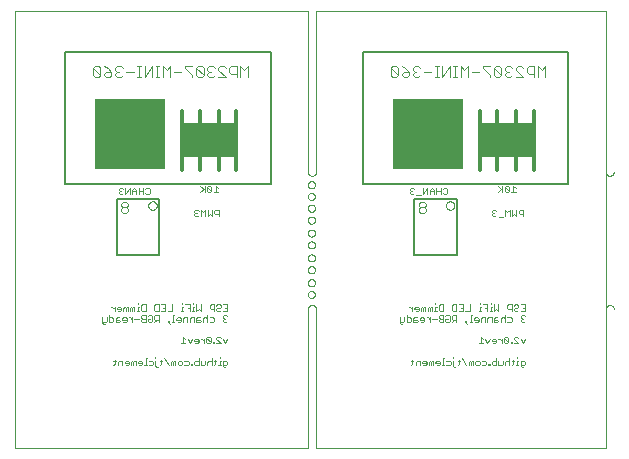
<source format=gbo>
G75*
%MOIN*%
%OFA0B0*%
%FSLAX25Y25*%
%IPPOS*%
%LPD*%
%AMOC8*
5,1,8,0,0,1.08239X$1,22.5*
%
%ADD10C,0.00000*%
%ADD11C,0.00200*%
%ADD12C,0.00500*%
%ADD13C,0.00300*%
%ADD14R,0.23622X0.23622*%
%ADD15C,0.01200*%
%ADD16R,0.19685X0.11811*%
%ADD17C,0.00400*%
D10*
X0003787Y0004287D02*
X0003787Y0149957D01*
X0101425Y0149957D01*
X0101425Y0096413D01*
X0101427Y0096340D01*
X0101433Y0096267D01*
X0101443Y0096194D01*
X0101456Y0096122D01*
X0101474Y0096050D01*
X0101495Y0095980D01*
X0101520Y0095911D01*
X0101548Y0095844D01*
X0101580Y0095778D01*
X0101616Y0095713D01*
X0101655Y0095651D01*
X0101697Y0095591D01*
X0101742Y0095533D01*
X0101790Y0095478D01*
X0101842Y0095426D01*
X0101896Y0095376D01*
X0101952Y0095329D01*
X0102011Y0095285D01*
X0102072Y0095245D01*
X0102135Y0095208D01*
X0102200Y0095174D01*
X0102267Y0095143D01*
X0102336Y0095117D01*
X0102405Y0095094D01*
X0102476Y0095074D01*
X0102548Y0095059D01*
X0102620Y0095047D01*
X0102693Y0095039D01*
X0102766Y0095035D01*
X0102840Y0095035D01*
X0102913Y0095039D01*
X0102986Y0095047D01*
X0103058Y0095059D01*
X0103130Y0095074D01*
X0103201Y0095094D01*
X0103270Y0095117D01*
X0103339Y0095143D01*
X0103406Y0095174D01*
X0103471Y0095208D01*
X0103534Y0095245D01*
X0103595Y0095285D01*
X0103654Y0095329D01*
X0103710Y0095376D01*
X0103764Y0095426D01*
X0103816Y0095478D01*
X0103864Y0095533D01*
X0103909Y0095591D01*
X0103951Y0095651D01*
X0103990Y0095713D01*
X0104026Y0095778D01*
X0104058Y0095844D01*
X0104086Y0095911D01*
X0104111Y0095980D01*
X0104132Y0096050D01*
X0104150Y0096122D01*
X0104163Y0096194D01*
X0104173Y0096267D01*
X0104179Y0096340D01*
X0104181Y0096413D01*
X0104181Y0149957D01*
X0200638Y0149957D01*
X0200638Y0096413D01*
X0200638Y0050744D01*
X0200638Y0004287D01*
X0104181Y0004287D01*
X0104181Y0050744D01*
X0104169Y0050816D01*
X0104153Y0050888D01*
X0104133Y0050959D01*
X0104109Y0051029D01*
X0104082Y0051097D01*
X0104051Y0051164D01*
X0104016Y0051229D01*
X0103978Y0051293D01*
X0103937Y0051354D01*
X0103893Y0051413D01*
X0103846Y0051469D01*
X0103796Y0051523D01*
X0103743Y0051574D01*
X0103687Y0051622D01*
X0103629Y0051668D01*
X0103568Y0051710D01*
X0103506Y0051749D01*
X0103441Y0051784D01*
X0103375Y0051816D01*
X0103307Y0051845D01*
X0103238Y0051869D01*
X0103167Y0051891D01*
X0103095Y0051908D01*
X0103023Y0051921D01*
X0102950Y0051931D01*
X0102877Y0051937D01*
X0102803Y0051939D01*
X0102729Y0051937D01*
X0102656Y0051931D01*
X0102583Y0051921D01*
X0102511Y0051908D01*
X0102439Y0051891D01*
X0102368Y0051869D01*
X0102299Y0051845D01*
X0102231Y0051816D01*
X0102165Y0051784D01*
X0102100Y0051749D01*
X0102038Y0051710D01*
X0101977Y0051668D01*
X0101919Y0051622D01*
X0101863Y0051574D01*
X0101810Y0051523D01*
X0101760Y0051469D01*
X0101713Y0051413D01*
X0101669Y0051354D01*
X0101628Y0051293D01*
X0101590Y0051229D01*
X0101555Y0051164D01*
X0101524Y0051097D01*
X0101497Y0051029D01*
X0101473Y0050959D01*
X0101453Y0050888D01*
X0101437Y0050816D01*
X0101425Y0050744D01*
X0101425Y0004287D01*
X0003787Y0004287D01*
X0101425Y0055469D02*
X0101427Y0055538D01*
X0101433Y0055606D01*
X0101443Y0055674D01*
X0101457Y0055741D01*
X0101475Y0055808D01*
X0101496Y0055873D01*
X0101522Y0055937D01*
X0101551Y0055999D01*
X0101583Y0056059D01*
X0101619Y0056118D01*
X0101659Y0056174D01*
X0101701Y0056228D01*
X0101747Y0056279D01*
X0101796Y0056328D01*
X0101847Y0056374D01*
X0101901Y0056416D01*
X0101957Y0056456D01*
X0102015Y0056492D01*
X0102076Y0056524D01*
X0102138Y0056553D01*
X0102202Y0056579D01*
X0102267Y0056600D01*
X0102334Y0056618D01*
X0102401Y0056632D01*
X0102469Y0056642D01*
X0102537Y0056648D01*
X0102606Y0056650D01*
X0102675Y0056648D01*
X0102743Y0056642D01*
X0102811Y0056632D01*
X0102878Y0056618D01*
X0102945Y0056600D01*
X0103010Y0056579D01*
X0103074Y0056553D01*
X0103136Y0056524D01*
X0103196Y0056492D01*
X0103255Y0056456D01*
X0103311Y0056416D01*
X0103365Y0056374D01*
X0103416Y0056328D01*
X0103465Y0056279D01*
X0103511Y0056228D01*
X0103553Y0056174D01*
X0103593Y0056118D01*
X0103629Y0056059D01*
X0103661Y0055999D01*
X0103690Y0055937D01*
X0103716Y0055873D01*
X0103737Y0055808D01*
X0103755Y0055741D01*
X0103769Y0055674D01*
X0103779Y0055606D01*
X0103785Y0055538D01*
X0103787Y0055469D01*
X0103785Y0055400D01*
X0103779Y0055332D01*
X0103769Y0055264D01*
X0103755Y0055197D01*
X0103737Y0055130D01*
X0103716Y0055065D01*
X0103690Y0055001D01*
X0103661Y0054939D01*
X0103629Y0054878D01*
X0103593Y0054820D01*
X0103553Y0054764D01*
X0103511Y0054710D01*
X0103465Y0054659D01*
X0103416Y0054610D01*
X0103365Y0054564D01*
X0103311Y0054522D01*
X0103255Y0054482D01*
X0103197Y0054446D01*
X0103136Y0054414D01*
X0103074Y0054385D01*
X0103010Y0054359D01*
X0102945Y0054338D01*
X0102878Y0054320D01*
X0102811Y0054306D01*
X0102743Y0054296D01*
X0102675Y0054290D01*
X0102606Y0054288D01*
X0102537Y0054290D01*
X0102469Y0054296D01*
X0102401Y0054306D01*
X0102334Y0054320D01*
X0102267Y0054338D01*
X0102202Y0054359D01*
X0102138Y0054385D01*
X0102076Y0054414D01*
X0102015Y0054446D01*
X0101957Y0054482D01*
X0101901Y0054522D01*
X0101847Y0054564D01*
X0101796Y0054610D01*
X0101747Y0054659D01*
X0101701Y0054710D01*
X0101659Y0054764D01*
X0101619Y0054820D01*
X0101583Y0054878D01*
X0101551Y0054939D01*
X0101522Y0055001D01*
X0101496Y0055065D01*
X0101475Y0055130D01*
X0101457Y0055197D01*
X0101443Y0055264D01*
X0101433Y0055332D01*
X0101427Y0055400D01*
X0101425Y0055469D01*
X0101425Y0059406D02*
X0101427Y0059475D01*
X0101433Y0059543D01*
X0101443Y0059611D01*
X0101457Y0059678D01*
X0101475Y0059745D01*
X0101496Y0059810D01*
X0101522Y0059874D01*
X0101551Y0059936D01*
X0101583Y0059996D01*
X0101619Y0060055D01*
X0101659Y0060111D01*
X0101701Y0060165D01*
X0101747Y0060216D01*
X0101796Y0060265D01*
X0101847Y0060311D01*
X0101901Y0060353D01*
X0101957Y0060393D01*
X0102015Y0060429D01*
X0102076Y0060461D01*
X0102138Y0060490D01*
X0102202Y0060516D01*
X0102267Y0060537D01*
X0102334Y0060555D01*
X0102401Y0060569D01*
X0102469Y0060579D01*
X0102537Y0060585D01*
X0102606Y0060587D01*
X0102675Y0060585D01*
X0102743Y0060579D01*
X0102811Y0060569D01*
X0102878Y0060555D01*
X0102945Y0060537D01*
X0103010Y0060516D01*
X0103074Y0060490D01*
X0103136Y0060461D01*
X0103196Y0060429D01*
X0103255Y0060393D01*
X0103311Y0060353D01*
X0103365Y0060311D01*
X0103416Y0060265D01*
X0103465Y0060216D01*
X0103511Y0060165D01*
X0103553Y0060111D01*
X0103593Y0060055D01*
X0103629Y0059996D01*
X0103661Y0059936D01*
X0103690Y0059874D01*
X0103716Y0059810D01*
X0103737Y0059745D01*
X0103755Y0059678D01*
X0103769Y0059611D01*
X0103779Y0059543D01*
X0103785Y0059475D01*
X0103787Y0059406D01*
X0103785Y0059337D01*
X0103779Y0059269D01*
X0103769Y0059201D01*
X0103755Y0059134D01*
X0103737Y0059067D01*
X0103716Y0059002D01*
X0103690Y0058938D01*
X0103661Y0058876D01*
X0103629Y0058815D01*
X0103593Y0058757D01*
X0103553Y0058701D01*
X0103511Y0058647D01*
X0103465Y0058596D01*
X0103416Y0058547D01*
X0103365Y0058501D01*
X0103311Y0058459D01*
X0103255Y0058419D01*
X0103197Y0058383D01*
X0103136Y0058351D01*
X0103074Y0058322D01*
X0103010Y0058296D01*
X0102945Y0058275D01*
X0102878Y0058257D01*
X0102811Y0058243D01*
X0102743Y0058233D01*
X0102675Y0058227D01*
X0102606Y0058225D01*
X0102537Y0058227D01*
X0102469Y0058233D01*
X0102401Y0058243D01*
X0102334Y0058257D01*
X0102267Y0058275D01*
X0102202Y0058296D01*
X0102138Y0058322D01*
X0102076Y0058351D01*
X0102015Y0058383D01*
X0101957Y0058419D01*
X0101901Y0058459D01*
X0101847Y0058501D01*
X0101796Y0058547D01*
X0101747Y0058596D01*
X0101701Y0058647D01*
X0101659Y0058701D01*
X0101619Y0058757D01*
X0101583Y0058815D01*
X0101551Y0058876D01*
X0101522Y0058938D01*
X0101496Y0059002D01*
X0101475Y0059067D01*
X0101457Y0059134D01*
X0101443Y0059201D01*
X0101433Y0059269D01*
X0101427Y0059337D01*
X0101425Y0059406D01*
X0101425Y0063736D02*
X0101427Y0063805D01*
X0101433Y0063873D01*
X0101443Y0063941D01*
X0101457Y0064008D01*
X0101475Y0064075D01*
X0101496Y0064140D01*
X0101522Y0064204D01*
X0101551Y0064266D01*
X0101583Y0064326D01*
X0101619Y0064385D01*
X0101659Y0064441D01*
X0101701Y0064495D01*
X0101747Y0064546D01*
X0101796Y0064595D01*
X0101847Y0064641D01*
X0101901Y0064683D01*
X0101957Y0064723D01*
X0102015Y0064759D01*
X0102076Y0064791D01*
X0102138Y0064820D01*
X0102202Y0064846D01*
X0102267Y0064867D01*
X0102334Y0064885D01*
X0102401Y0064899D01*
X0102469Y0064909D01*
X0102537Y0064915D01*
X0102606Y0064917D01*
X0102675Y0064915D01*
X0102743Y0064909D01*
X0102811Y0064899D01*
X0102878Y0064885D01*
X0102945Y0064867D01*
X0103010Y0064846D01*
X0103074Y0064820D01*
X0103136Y0064791D01*
X0103196Y0064759D01*
X0103255Y0064723D01*
X0103311Y0064683D01*
X0103365Y0064641D01*
X0103416Y0064595D01*
X0103465Y0064546D01*
X0103511Y0064495D01*
X0103553Y0064441D01*
X0103593Y0064385D01*
X0103629Y0064326D01*
X0103661Y0064266D01*
X0103690Y0064204D01*
X0103716Y0064140D01*
X0103737Y0064075D01*
X0103755Y0064008D01*
X0103769Y0063941D01*
X0103779Y0063873D01*
X0103785Y0063805D01*
X0103787Y0063736D01*
X0103785Y0063667D01*
X0103779Y0063599D01*
X0103769Y0063531D01*
X0103755Y0063464D01*
X0103737Y0063397D01*
X0103716Y0063332D01*
X0103690Y0063268D01*
X0103661Y0063206D01*
X0103629Y0063145D01*
X0103593Y0063087D01*
X0103553Y0063031D01*
X0103511Y0062977D01*
X0103465Y0062926D01*
X0103416Y0062877D01*
X0103365Y0062831D01*
X0103311Y0062789D01*
X0103255Y0062749D01*
X0103197Y0062713D01*
X0103136Y0062681D01*
X0103074Y0062652D01*
X0103010Y0062626D01*
X0102945Y0062605D01*
X0102878Y0062587D01*
X0102811Y0062573D01*
X0102743Y0062563D01*
X0102675Y0062557D01*
X0102606Y0062555D01*
X0102537Y0062557D01*
X0102469Y0062563D01*
X0102401Y0062573D01*
X0102334Y0062587D01*
X0102267Y0062605D01*
X0102202Y0062626D01*
X0102138Y0062652D01*
X0102076Y0062681D01*
X0102015Y0062713D01*
X0101957Y0062749D01*
X0101901Y0062789D01*
X0101847Y0062831D01*
X0101796Y0062877D01*
X0101747Y0062926D01*
X0101701Y0062977D01*
X0101659Y0063031D01*
X0101619Y0063087D01*
X0101583Y0063145D01*
X0101551Y0063206D01*
X0101522Y0063268D01*
X0101496Y0063332D01*
X0101475Y0063397D01*
X0101457Y0063464D01*
X0101443Y0063531D01*
X0101433Y0063599D01*
X0101427Y0063667D01*
X0101425Y0063736D01*
X0101425Y0067673D02*
X0101427Y0067742D01*
X0101433Y0067810D01*
X0101443Y0067878D01*
X0101457Y0067945D01*
X0101475Y0068012D01*
X0101496Y0068077D01*
X0101522Y0068141D01*
X0101551Y0068203D01*
X0101583Y0068263D01*
X0101619Y0068322D01*
X0101659Y0068378D01*
X0101701Y0068432D01*
X0101747Y0068483D01*
X0101796Y0068532D01*
X0101847Y0068578D01*
X0101901Y0068620D01*
X0101957Y0068660D01*
X0102015Y0068696D01*
X0102076Y0068728D01*
X0102138Y0068757D01*
X0102202Y0068783D01*
X0102267Y0068804D01*
X0102334Y0068822D01*
X0102401Y0068836D01*
X0102469Y0068846D01*
X0102537Y0068852D01*
X0102606Y0068854D01*
X0102675Y0068852D01*
X0102743Y0068846D01*
X0102811Y0068836D01*
X0102878Y0068822D01*
X0102945Y0068804D01*
X0103010Y0068783D01*
X0103074Y0068757D01*
X0103136Y0068728D01*
X0103196Y0068696D01*
X0103255Y0068660D01*
X0103311Y0068620D01*
X0103365Y0068578D01*
X0103416Y0068532D01*
X0103465Y0068483D01*
X0103511Y0068432D01*
X0103553Y0068378D01*
X0103593Y0068322D01*
X0103629Y0068263D01*
X0103661Y0068203D01*
X0103690Y0068141D01*
X0103716Y0068077D01*
X0103737Y0068012D01*
X0103755Y0067945D01*
X0103769Y0067878D01*
X0103779Y0067810D01*
X0103785Y0067742D01*
X0103787Y0067673D01*
X0103785Y0067604D01*
X0103779Y0067536D01*
X0103769Y0067468D01*
X0103755Y0067401D01*
X0103737Y0067334D01*
X0103716Y0067269D01*
X0103690Y0067205D01*
X0103661Y0067143D01*
X0103629Y0067082D01*
X0103593Y0067024D01*
X0103553Y0066968D01*
X0103511Y0066914D01*
X0103465Y0066863D01*
X0103416Y0066814D01*
X0103365Y0066768D01*
X0103311Y0066726D01*
X0103255Y0066686D01*
X0103197Y0066650D01*
X0103136Y0066618D01*
X0103074Y0066589D01*
X0103010Y0066563D01*
X0102945Y0066542D01*
X0102878Y0066524D01*
X0102811Y0066510D01*
X0102743Y0066500D01*
X0102675Y0066494D01*
X0102606Y0066492D01*
X0102537Y0066494D01*
X0102469Y0066500D01*
X0102401Y0066510D01*
X0102334Y0066524D01*
X0102267Y0066542D01*
X0102202Y0066563D01*
X0102138Y0066589D01*
X0102076Y0066618D01*
X0102015Y0066650D01*
X0101957Y0066686D01*
X0101901Y0066726D01*
X0101847Y0066768D01*
X0101796Y0066814D01*
X0101747Y0066863D01*
X0101701Y0066914D01*
X0101659Y0066968D01*
X0101619Y0067024D01*
X0101583Y0067082D01*
X0101551Y0067143D01*
X0101522Y0067205D01*
X0101496Y0067269D01*
X0101475Y0067334D01*
X0101457Y0067401D01*
X0101443Y0067468D01*
X0101433Y0067536D01*
X0101427Y0067604D01*
X0101425Y0067673D01*
X0101425Y0072004D02*
X0101427Y0072073D01*
X0101433Y0072141D01*
X0101443Y0072209D01*
X0101457Y0072276D01*
X0101475Y0072343D01*
X0101496Y0072408D01*
X0101522Y0072472D01*
X0101551Y0072534D01*
X0101583Y0072594D01*
X0101619Y0072653D01*
X0101659Y0072709D01*
X0101701Y0072763D01*
X0101747Y0072814D01*
X0101796Y0072863D01*
X0101847Y0072909D01*
X0101901Y0072951D01*
X0101957Y0072991D01*
X0102015Y0073027D01*
X0102076Y0073059D01*
X0102138Y0073088D01*
X0102202Y0073114D01*
X0102267Y0073135D01*
X0102334Y0073153D01*
X0102401Y0073167D01*
X0102469Y0073177D01*
X0102537Y0073183D01*
X0102606Y0073185D01*
X0102675Y0073183D01*
X0102743Y0073177D01*
X0102811Y0073167D01*
X0102878Y0073153D01*
X0102945Y0073135D01*
X0103010Y0073114D01*
X0103074Y0073088D01*
X0103136Y0073059D01*
X0103196Y0073027D01*
X0103255Y0072991D01*
X0103311Y0072951D01*
X0103365Y0072909D01*
X0103416Y0072863D01*
X0103465Y0072814D01*
X0103511Y0072763D01*
X0103553Y0072709D01*
X0103593Y0072653D01*
X0103629Y0072594D01*
X0103661Y0072534D01*
X0103690Y0072472D01*
X0103716Y0072408D01*
X0103737Y0072343D01*
X0103755Y0072276D01*
X0103769Y0072209D01*
X0103779Y0072141D01*
X0103785Y0072073D01*
X0103787Y0072004D01*
X0103785Y0071935D01*
X0103779Y0071867D01*
X0103769Y0071799D01*
X0103755Y0071732D01*
X0103737Y0071665D01*
X0103716Y0071600D01*
X0103690Y0071536D01*
X0103661Y0071474D01*
X0103629Y0071413D01*
X0103593Y0071355D01*
X0103553Y0071299D01*
X0103511Y0071245D01*
X0103465Y0071194D01*
X0103416Y0071145D01*
X0103365Y0071099D01*
X0103311Y0071057D01*
X0103255Y0071017D01*
X0103197Y0070981D01*
X0103136Y0070949D01*
X0103074Y0070920D01*
X0103010Y0070894D01*
X0102945Y0070873D01*
X0102878Y0070855D01*
X0102811Y0070841D01*
X0102743Y0070831D01*
X0102675Y0070825D01*
X0102606Y0070823D01*
X0102537Y0070825D01*
X0102469Y0070831D01*
X0102401Y0070841D01*
X0102334Y0070855D01*
X0102267Y0070873D01*
X0102202Y0070894D01*
X0102138Y0070920D01*
X0102076Y0070949D01*
X0102015Y0070981D01*
X0101957Y0071017D01*
X0101901Y0071057D01*
X0101847Y0071099D01*
X0101796Y0071145D01*
X0101747Y0071194D01*
X0101701Y0071245D01*
X0101659Y0071299D01*
X0101619Y0071355D01*
X0101583Y0071413D01*
X0101551Y0071474D01*
X0101522Y0071536D01*
X0101496Y0071600D01*
X0101475Y0071665D01*
X0101457Y0071732D01*
X0101443Y0071799D01*
X0101433Y0071867D01*
X0101427Y0071935D01*
X0101425Y0072004D01*
X0101425Y0075941D02*
X0101427Y0076010D01*
X0101433Y0076078D01*
X0101443Y0076146D01*
X0101457Y0076213D01*
X0101475Y0076280D01*
X0101496Y0076345D01*
X0101522Y0076409D01*
X0101551Y0076471D01*
X0101583Y0076531D01*
X0101619Y0076590D01*
X0101659Y0076646D01*
X0101701Y0076700D01*
X0101747Y0076751D01*
X0101796Y0076800D01*
X0101847Y0076846D01*
X0101901Y0076888D01*
X0101957Y0076928D01*
X0102015Y0076964D01*
X0102076Y0076996D01*
X0102138Y0077025D01*
X0102202Y0077051D01*
X0102267Y0077072D01*
X0102334Y0077090D01*
X0102401Y0077104D01*
X0102469Y0077114D01*
X0102537Y0077120D01*
X0102606Y0077122D01*
X0102675Y0077120D01*
X0102743Y0077114D01*
X0102811Y0077104D01*
X0102878Y0077090D01*
X0102945Y0077072D01*
X0103010Y0077051D01*
X0103074Y0077025D01*
X0103136Y0076996D01*
X0103196Y0076964D01*
X0103255Y0076928D01*
X0103311Y0076888D01*
X0103365Y0076846D01*
X0103416Y0076800D01*
X0103465Y0076751D01*
X0103511Y0076700D01*
X0103553Y0076646D01*
X0103593Y0076590D01*
X0103629Y0076531D01*
X0103661Y0076471D01*
X0103690Y0076409D01*
X0103716Y0076345D01*
X0103737Y0076280D01*
X0103755Y0076213D01*
X0103769Y0076146D01*
X0103779Y0076078D01*
X0103785Y0076010D01*
X0103787Y0075941D01*
X0103785Y0075872D01*
X0103779Y0075804D01*
X0103769Y0075736D01*
X0103755Y0075669D01*
X0103737Y0075602D01*
X0103716Y0075537D01*
X0103690Y0075473D01*
X0103661Y0075411D01*
X0103629Y0075350D01*
X0103593Y0075292D01*
X0103553Y0075236D01*
X0103511Y0075182D01*
X0103465Y0075131D01*
X0103416Y0075082D01*
X0103365Y0075036D01*
X0103311Y0074994D01*
X0103255Y0074954D01*
X0103197Y0074918D01*
X0103136Y0074886D01*
X0103074Y0074857D01*
X0103010Y0074831D01*
X0102945Y0074810D01*
X0102878Y0074792D01*
X0102811Y0074778D01*
X0102743Y0074768D01*
X0102675Y0074762D01*
X0102606Y0074760D01*
X0102537Y0074762D01*
X0102469Y0074768D01*
X0102401Y0074778D01*
X0102334Y0074792D01*
X0102267Y0074810D01*
X0102202Y0074831D01*
X0102138Y0074857D01*
X0102076Y0074886D01*
X0102015Y0074918D01*
X0101957Y0074954D01*
X0101901Y0074994D01*
X0101847Y0075036D01*
X0101796Y0075082D01*
X0101747Y0075131D01*
X0101701Y0075182D01*
X0101659Y0075236D01*
X0101619Y0075292D01*
X0101583Y0075350D01*
X0101551Y0075411D01*
X0101522Y0075473D01*
X0101496Y0075537D01*
X0101475Y0075602D01*
X0101457Y0075669D01*
X0101443Y0075736D01*
X0101433Y0075804D01*
X0101427Y0075872D01*
X0101425Y0075941D01*
X0101425Y0080272D02*
X0101427Y0080341D01*
X0101433Y0080409D01*
X0101443Y0080477D01*
X0101457Y0080544D01*
X0101475Y0080611D01*
X0101496Y0080676D01*
X0101522Y0080740D01*
X0101551Y0080802D01*
X0101583Y0080862D01*
X0101619Y0080921D01*
X0101659Y0080977D01*
X0101701Y0081031D01*
X0101747Y0081082D01*
X0101796Y0081131D01*
X0101847Y0081177D01*
X0101901Y0081219D01*
X0101957Y0081259D01*
X0102015Y0081295D01*
X0102076Y0081327D01*
X0102138Y0081356D01*
X0102202Y0081382D01*
X0102267Y0081403D01*
X0102334Y0081421D01*
X0102401Y0081435D01*
X0102469Y0081445D01*
X0102537Y0081451D01*
X0102606Y0081453D01*
X0102675Y0081451D01*
X0102743Y0081445D01*
X0102811Y0081435D01*
X0102878Y0081421D01*
X0102945Y0081403D01*
X0103010Y0081382D01*
X0103074Y0081356D01*
X0103136Y0081327D01*
X0103196Y0081295D01*
X0103255Y0081259D01*
X0103311Y0081219D01*
X0103365Y0081177D01*
X0103416Y0081131D01*
X0103465Y0081082D01*
X0103511Y0081031D01*
X0103553Y0080977D01*
X0103593Y0080921D01*
X0103629Y0080862D01*
X0103661Y0080802D01*
X0103690Y0080740D01*
X0103716Y0080676D01*
X0103737Y0080611D01*
X0103755Y0080544D01*
X0103769Y0080477D01*
X0103779Y0080409D01*
X0103785Y0080341D01*
X0103787Y0080272D01*
X0103785Y0080203D01*
X0103779Y0080135D01*
X0103769Y0080067D01*
X0103755Y0080000D01*
X0103737Y0079933D01*
X0103716Y0079868D01*
X0103690Y0079804D01*
X0103661Y0079742D01*
X0103629Y0079681D01*
X0103593Y0079623D01*
X0103553Y0079567D01*
X0103511Y0079513D01*
X0103465Y0079462D01*
X0103416Y0079413D01*
X0103365Y0079367D01*
X0103311Y0079325D01*
X0103255Y0079285D01*
X0103197Y0079249D01*
X0103136Y0079217D01*
X0103074Y0079188D01*
X0103010Y0079162D01*
X0102945Y0079141D01*
X0102878Y0079123D01*
X0102811Y0079109D01*
X0102743Y0079099D01*
X0102675Y0079093D01*
X0102606Y0079091D01*
X0102537Y0079093D01*
X0102469Y0079099D01*
X0102401Y0079109D01*
X0102334Y0079123D01*
X0102267Y0079141D01*
X0102202Y0079162D01*
X0102138Y0079188D01*
X0102076Y0079217D01*
X0102015Y0079249D01*
X0101957Y0079285D01*
X0101901Y0079325D01*
X0101847Y0079367D01*
X0101796Y0079413D01*
X0101747Y0079462D01*
X0101701Y0079513D01*
X0101659Y0079567D01*
X0101619Y0079623D01*
X0101583Y0079681D01*
X0101551Y0079742D01*
X0101522Y0079804D01*
X0101496Y0079868D01*
X0101475Y0079933D01*
X0101457Y0080000D01*
X0101443Y0080067D01*
X0101433Y0080135D01*
X0101427Y0080203D01*
X0101425Y0080272D01*
X0101425Y0084209D02*
X0101427Y0084278D01*
X0101433Y0084346D01*
X0101443Y0084414D01*
X0101457Y0084481D01*
X0101475Y0084548D01*
X0101496Y0084613D01*
X0101522Y0084677D01*
X0101551Y0084739D01*
X0101583Y0084799D01*
X0101619Y0084858D01*
X0101659Y0084914D01*
X0101701Y0084968D01*
X0101747Y0085019D01*
X0101796Y0085068D01*
X0101847Y0085114D01*
X0101901Y0085156D01*
X0101957Y0085196D01*
X0102015Y0085232D01*
X0102076Y0085264D01*
X0102138Y0085293D01*
X0102202Y0085319D01*
X0102267Y0085340D01*
X0102334Y0085358D01*
X0102401Y0085372D01*
X0102469Y0085382D01*
X0102537Y0085388D01*
X0102606Y0085390D01*
X0102675Y0085388D01*
X0102743Y0085382D01*
X0102811Y0085372D01*
X0102878Y0085358D01*
X0102945Y0085340D01*
X0103010Y0085319D01*
X0103074Y0085293D01*
X0103136Y0085264D01*
X0103196Y0085232D01*
X0103255Y0085196D01*
X0103311Y0085156D01*
X0103365Y0085114D01*
X0103416Y0085068D01*
X0103465Y0085019D01*
X0103511Y0084968D01*
X0103553Y0084914D01*
X0103593Y0084858D01*
X0103629Y0084799D01*
X0103661Y0084739D01*
X0103690Y0084677D01*
X0103716Y0084613D01*
X0103737Y0084548D01*
X0103755Y0084481D01*
X0103769Y0084414D01*
X0103779Y0084346D01*
X0103785Y0084278D01*
X0103787Y0084209D01*
X0103785Y0084140D01*
X0103779Y0084072D01*
X0103769Y0084004D01*
X0103755Y0083937D01*
X0103737Y0083870D01*
X0103716Y0083805D01*
X0103690Y0083741D01*
X0103661Y0083679D01*
X0103629Y0083618D01*
X0103593Y0083560D01*
X0103553Y0083504D01*
X0103511Y0083450D01*
X0103465Y0083399D01*
X0103416Y0083350D01*
X0103365Y0083304D01*
X0103311Y0083262D01*
X0103255Y0083222D01*
X0103197Y0083186D01*
X0103136Y0083154D01*
X0103074Y0083125D01*
X0103010Y0083099D01*
X0102945Y0083078D01*
X0102878Y0083060D01*
X0102811Y0083046D01*
X0102743Y0083036D01*
X0102675Y0083030D01*
X0102606Y0083028D01*
X0102537Y0083030D01*
X0102469Y0083036D01*
X0102401Y0083046D01*
X0102334Y0083060D01*
X0102267Y0083078D01*
X0102202Y0083099D01*
X0102138Y0083125D01*
X0102076Y0083154D01*
X0102015Y0083186D01*
X0101957Y0083222D01*
X0101901Y0083262D01*
X0101847Y0083304D01*
X0101796Y0083350D01*
X0101747Y0083399D01*
X0101701Y0083450D01*
X0101659Y0083504D01*
X0101619Y0083560D01*
X0101583Y0083618D01*
X0101551Y0083679D01*
X0101522Y0083741D01*
X0101496Y0083805D01*
X0101475Y0083870D01*
X0101457Y0083937D01*
X0101443Y0084004D01*
X0101433Y0084072D01*
X0101427Y0084140D01*
X0101425Y0084209D01*
X0101425Y0088146D02*
X0101427Y0088215D01*
X0101433Y0088283D01*
X0101443Y0088351D01*
X0101457Y0088418D01*
X0101475Y0088485D01*
X0101496Y0088550D01*
X0101522Y0088614D01*
X0101551Y0088676D01*
X0101583Y0088736D01*
X0101619Y0088795D01*
X0101659Y0088851D01*
X0101701Y0088905D01*
X0101747Y0088956D01*
X0101796Y0089005D01*
X0101847Y0089051D01*
X0101901Y0089093D01*
X0101957Y0089133D01*
X0102015Y0089169D01*
X0102076Y0089201D01*
X0102138Y0089230D01*
X0102202Y0089256D01*
X0102267Y0089277D01*
X0102334Y0089295D01*
X0102401Y0089309D01*
X0102469Y0089319D01*
X0102537Y0089325D01*
X0102606Y0089327D01*
X0102675Y0089325D01*
X0102743Y0089319D01*
X0102811Y0089309D01*
X0102878Y0089295D01*
X0102945Y0089277D01*
X0103010Y0089256D01*
X0103074Y0089230D01*
X0103136Y0089201D01*
X0103196Y0089169D01*
X0103255Y0089133D01*
X0103311Y0089093D01*
X0103365Y0089051D01*
X0103416Y0089005D01*
X0103465Y0088956D01*
X0103511Y0088905D01*
X0103553Y0088851D01*
X0103593Y0088795D01*
X0103629Y0088736D01*
X0103661Y0088676D01*
X0103690Y0088614D01*
X0103716Y0088550D01*
X0103737Y0088485D01*
X0103755Y0088418D01*
X0103769Y0088351D01*
X0103779Y0088283D01*
X0103785Y0088215D01*
X0103787Y0088146D01*
X0103785Y0088077D01*
X0103779Y0088009D01*
X0103769Y0087941D01*
X0103755Y0087874D01*
X0103737Y0087807D01*
X0103716Y0087742D01*
X0103690Y0087678D01*
X0103661Y0087616D01*
X0103629Y0087555D01*
X0103593Y0087497D01*
X0103553Y0087441D01*
X0103511Y0087387D01*
X0103465Y0087336D01*
X0103416Y0087287D01*
X0103365Y0087241D01*
X0103311Y0087199D01*
X0103255Y0087159D01*
X0103197Y0087123D01*
X0103136Y0087091D01*
X0103074Y0087062D01*
X0103010Y0087036D01*
X0102945Y0087015D01*
X0102878Y0086997D01*
X0102811Y0086983D01*
X0102743Y0086973D01*
X0102675Y0086967D01*
X0102606Y0086965D01*
X0102537Y0086967D01*
X0102469Y0086973D01*
X0102401Y0086983D01*
X0102334Y0086997D01*
X0102267Y0087015D01*
X0102202Y0087036D01*
X0102138Y0087062D01*
X0102076Y0087091D01*
X0102015Y0087123D01*
X0101957Y0087159D01*
X0101901Y0087199D01*
X0101847Y0087241D01*
X0101796Y0087287D01*
X0101747Y0087336D01*
X0101701Y0087387D01*
X0101659Y0087441D01*
X0101619Y0087497D01*
X0101583Y0087555D01*
X0101551Y0087616D01*
X0101522Y0087678D01*
X0101496Y0087742D01*
X0101475Y0087807D01*
X0101457Y0087874D01*
X0101443Y0087941D01*
X0101433Y0088009D01*
X0101427Y0088077D01*
X0101425Y0088146D01*
X0101425Y0092083D02*
X0101427Y0092152D01*
X0101433Y0092220D01*
X0101443Y0092288D01*
X0101457Y0092355D01*
X0101475Y0092422D01*
X0101496Y0092487D01*
X0101522Y0092551D01*
X0101551Y0092613D01*
X0101583Y0092673D01*
X0101619Y0092732D01*
X0101659Y0092788D01*
X0101701Y0092842D01*
X0101747Y0092893D01*
X0101796Y0092942D01*
X0101847Y0092988D01*
X0101901Y0093030D01*
X0101957Y0093070D01*
X0102015Y0093106D01*
X0102076Y0093138D01*
X0102138Y0093167D01*
X0102202Y0093193D01*
X0102267Y0093214D01*
X0102334Y0093232D01*
X0102401Y0093246D01*
X0102469Y0093256D01*
X0102537Y0093262D01*
X0102606Y0093264D01*
X0102675Y0093262D01*
X0102743Y0093256D01*
X0102811Y0093246D01*
X0102878Y0093232D01*
X0102945Y0093214D01*
X0103010Y0093193D01*
X0103074Y0093167D01*
X0103136Y0093138D01*
X0103196Y0093106D01*
X0103255Y0093070D01*
X0103311Y0093030D01*
X0103365Y0092988D01*
X0103416Y0092942D01*
X0103465Y0092893D01*
X0103511Y0092842D01*
X0103553Y0092788D01*
X0103593Y0092732D01*
X0103629Y0092673D01*
X0103661Y0092613D01*
X0103690Y0092551D01*
X0103716Y0092487D01*
X0103737Y0092422D01*
X0103755Y0092355D01*
X0103769Y0092288D01*
X0103779Y0092220D01*
X0103785Y0092152D01*
X0103787Y0092083D01*
X0103785Y0092014D01*
X0103779Y0091946D01*
X0103769Y0091878D01*
X0103755Y0091811D01*
X0103737Y0091744D01*
X0103716Y0091679D01*
X0103690Y0091615D01*
X0103661Y0091553D01*
X0103629Y0091492D01*
X0103593Y0091434D01*
X0103553Y0091378D01*
X0103511Y0091324D01*
X0103465Y0091273D01*
X0103416Y0091224D01*
X0103365Y0091178D01*
X0103311Y0091136D01*
X0103255Y0091096D01*
X0103197Y0091060D01*
X0103136Y0091028D01*
X0103074Y0090999D01*
X0103010Y0090973D01*
X0102945Y0090952D01*
X0102878Y0090934D01*
X0102811Y0090920D01*
X0102743Y0090910D01*
X0102675Y0090904D01*
X0102606Y0090902D01*
X0102537Y0090904D01*
X0102469Y0090910D01*
X0102401Y0090920D01*
X0102334Y0090934D01*
X0102267Y0090952D01*
X0102202Y0090973D01*
X0102138Y0090999D01*
X0102076Y0091028D01*
X0102015Y0091060D01*
X0101957Y0091096D01*
X0101901Y0091136D01*
X0101847Y0091178D01*
X0101796Y0091224D01*
X0101747Y0091273D01*
X0101701Y0091324D01*
X0101659Y0091378D01*
X0101619Y0091434D01*
X0101583Y0091492D01*
X0101551Y0091553D01*
X0101522Y0091615D01*
X0101496Y0091679D01*
X0101475Y0091744D01*
X0101457Y0091811D01*
X0101443Y0091878D01*
X0101433Y0091946D01*
X0101427Y0092014D01*
X0101425Y0092083D01*
X0200638Y0096413D02*
X0200640Y0096340D01*
X0200646Y0096267D01*
X0200656Y0096194D01*
X0200669Y0096122D01*
X0200687Y0096050D01*
X0200708Y0095980D01*
X0200733Y0095911D01*
X0200761Y0095844D01*
X0200793Y0095778D01*
X0200829Y0095713D01*
X0200868Y0095651D01*
X0200910Y0095591D01*
X0200955Y0095533D01*
X0201003Y0095478D01*
X0201055Y0095426D01*
X0201109Y0095376D01*
X0201165Y0095329D01*
X0201224Y0095285D01*
X0201285Y0095245D01*
X0201348Y0095208D01*
X0201413Y0095174D01*
X0201480Y0095143D01*
X0201549Y0095117D01*
X0201618Y0095094D01*
X0201689Y0095074D01*
X0201761Y0095059D01*
X0201833Y0095047D01*
X0201906Y0095039D01*
X0201979Y0095035D01*
X0202053Y0095035D01*
X0202126Y0095039D01*
X0202199Y0095047D01*
X0202271Y0095059D01*
X0202343Y0095074D01*
X0202414Y0095094D01*
X0202483Y0095117D01*
X0202552Y0095143D01*
X0202619Y0095174D01*
X0202684Y0095208D01*
X0202747Y0095245D01*
X0202808Y0095285D01*
X0202867Y0095329D01*
X0202923Y0095376D01*
X0202977Y0095426D01*
X0203029Y0095478D01*
X0203077Y0095533D01*
X0203122Y0095591D01*
X0203164Y0095651D01*
X0203203Y0095713D01*
X0203239Y0095778D01*
X0203271Y0095844D01*
X0203299Y0095911D01*
X0203324Y0095980D01*
X0203345Y0096050D01*
X0203363Y0096122D01*
X0203376Y0096194D01*
X0203386Y0096267D01*
X0203392Y0096340D01*
X0203394Y0096413D01*
X0203394Y0050744D02*
X0203382Y0050816D01*
X0203366Y0050888D01*
X0203346Y0050959D01*
X0203322Y0051029D01*
X0203295Y0051097D01*
X0203264Y0051164D01*
X0203229Y0051229D01*
X0203191Y0051293D01*
X0203150Y0051354D01*
X0203106Y0051413D01*
X0203059Y0051469D01*
X0203009Y0051523D01*
X0202956Y0051574D01*
X0202900Y0051622D01*
X0202842Y0051668D01*
X0202781Y0051710D01*
X0202719Y0051749D01*
X0202654Y0051784D01*
X0202588Y0051816D01*
X0202520Y0051845D01*
X0202451Y0051869D01*
X0202380Y0051891D01*
X0202308Y0051908D01*
X0202236Y0051921D01*
X0202163Y0051931D01*
X0202090Y0051937D01*
X0202016Y0051939D01*
X0201942Y0051937D01*
X0201869Y0051931D01*
X0201796Y0051921D01*
X0201724Y0051908D01*
X0201652Y0051891D01*
X0201581Y0051869D01*
X0201512Y0051845D01*
X0201444Y0051816D01*
X0201378Y0051784D01*
X0201313Y0051749D01*
X0201251Y0051710D01*
X0201190Y0051668D01*
X0201132Y0051622D01*
X0201076Y0051574D01*
X0201023Y0051523D01*
X0200973Y0051469D01*
X0200926Y0051413D01*
X0200882Y0051354D01*
X0200841Y0051293D01*
X0200803Y0051229D01*
X0200768Y0051164D01*
X0200737Y0051097D01*
X0200710Y0051029D01*
X0200686Y0050959D01*
X0200666Y0050888D01*
X0200650Y0050816D01*
X0200638Y0050744D01*
D11*
X0173766Y0051047D02*
X0173032Y0051047D01*
X0173766Y0049946D02*
X0172298Y0049946D01*
X0171556Y0050313D02*
X0171189Y0049946D01*
X0170455Y0049946D01*
X0170088Y0050313D01*
X0170088Y0050680D01*
X0170455Y0051047D01*
X0171189Y0051047D01*
X0171556Y0051414D01*
X0171556Y0051781D01*
X0171189Y0052148D01*
X0170455Y0052148D01*
X0170088Y0051781D01*
X0169346Y0052148D02*
X0169346Y0049946D01*
X0169346Y0050680D02*
X0168245Y0050680D01*
X0167878Y0051047D01*
X0167878Y0051781D01*
X0168245Y0052148D01*
X0169346Y0052148D01*
X0172298Y0052148D02*
X0173766Y0052148D01*
X0173766Y0049946D01*
X0173399Y0048548D02*
X0172665Y0048548D01*
X0172298Y0048181D01*
X0172298Y0047814D01*
X0172665Y0047447D01*
X0172298Y0047080D01*
X0172298Y0046713D01*
X0172665Y0046346D01*
X0173399Y0046346D01*
X0173766Y0046713D01*
X0173032Y0047447D02*
X0172665Y0047447D01*
X0173766Y0048181D02*
X0173399Y0048548D01*
X0169346Y0047447D02*
X0169346Y0046713D01*
X0168979Y0046346D01*
X0167878Y0046346D01*
X0167137Y0046346D02*
X0167137Y0048548D01*
X0166770Y0047814D02*
X0166036Y0047814D01*
X0165669Y0047447D01*
X0165669Y0046346D01*
X0164927Y0046713D02*
X0164560Y0047080D01*
X0163459Y0047080D01*
X0163459Y0047447D02*
X0163459Y0046346D01*
X0164560Y0046346D01*
X0164927Y0046713D01*
X0164560Y0047814D02*
X0163826Y0047814D01*
X0163459Y0047447D01*
X0162717Y0047814D02*
X0161616Y0047814D01*
X0161249Y0047447D01*
X0161249Y0046346D01*
X0160507Y0046346D02*
X0160507Y0047814D01*
X0159406Y0047814D01*
X0159039Y0047447D01*
X0159039Y0046346D01*
X0158297Y0046713D02*
X0158297Y0047447D01*
X0157930Y0047814D01*
X0157196Y0047814D01*
X0156829Y0047447D01*
X0156829Y0047080D01*
X0158297Y0047080D01*
X0158297Y0046713D02*
X0157930Y0046346D01*
X0157196Y0046346D01*
X0156087Y0046346D02*
X0155353Y0046346D01*
X0155720Y0046346D02*
X0155720Y0048548D01*
X0156087Y0048548D01*
X0155350Y0049946D02*
X0153883Y0049946D01*
X0153141Y0049946D02*
X0153141Y0052148D01*
X0151673Y0052148D01*
X0150931Y0052148D02*
X0150931Y0049946D01*
X0149830Y0049946D01*
X0149463Y0050313D01*
X0149463Y0051781D01*
X0149830Y0052148D01*
X0150931Y0052148D01*
X0152407Y0051047D02*
X0153141Y0051047D01*
X0153141Y0049946D02*
X0151673Y0049946D01*
X0150931Y0048548D02*
X0149830Y0048548D01*
X0149463Y0048181D01*
X0149463Y0047447D01*
X0149830Y0047080D01*
X0150931Y0047080D01*
X0150931Y0046346D02*
X0150931Y0048548D01*
X0150197Y0047080D02*
X0149463Y0046346D01*
X0148721Y0046713D02*
X0148354Y0046346D01*
X0147620Y0046346D01*
X0147253Y0046713D01*
X0147253Y0047447D01*
X0147987Y0047447D01*
X0148721Y0048181D02*
X0148721Y0046713D01*
X0148721Y0048181D02*
X0148354Y0048548D01*
X0147620Y0048548D01*
X0147253Y0048181D01*
X0146511Y0048548D02*
X0145410Y0048548D01*
X0145043Y0048181D01*
X0145043Y0047814D01*
X0145410Y0047447D01*
X0146511Y0047447D01*
X0146511Y0046346D02*
X0146511Y0048548D01*
X0146511Y0049946D02*
X0145410Y0049946D01*
X0145043Y0050313D01*
X0145043Y0051781D01*
X0145410Y0052148D01*
X0146511Y0052148D01*
X0146511Y0049946D01*
X0144301Y0049946D02*
X0143567Y0049946D01*
X0143934Y0049946D02*
X0143934Y0051414D01*
X0144301Y0051414D01*
X0143934Y0052148D02*
X0143934Y0052515D01*
X0142828Y0051414D02*
X0142461Y0051414D01*
X0142094Y0051047D01*
X0141727Y0051414D01*
X0141360Y0051047D01*
X0141360Y0049946D01*
X0142094Y0049946D02*
X0142094Y0051047D01*
X0142828Y0051414D02*
X0142828Y0049946D01*
X0140618Y0049946D02*
X0140618Y0051414D01*
X0140251Y0051414D01*
X0139884Y0051047D01*
X0139517Y0051414D01*
X0139150Y0051047D01*
X0139150Y0049946D01*
X0139884Y0049946D02*
X0139884Y0051047D01*
X0138408Y0051047D02*
X0138408Y0050313D01*
X0138041Y0049946D01*
X0137307Y0049946D01*
X0136940Y0050680D02*
X0138408Y0050680D01*
X0138408Y0051047D02*
X0138041Y0051414D01*
X0137307Y0051414D01*
X0136940Y0051047D01*
X0136940Y0050680D01*
X0136198Y0050680D02*
X0135464Y0051414D01*
X0135097Y0051414D01*
X0136198Y0051414D02*
X0136198Y0049946D01*
X0135463Y0047814D02*
X0134362Y0047814D01*
X0134362Y0048548D02*
X0134362Y0046346D01*
X0135463Y0046346D01*
X0135830Y0046713D01*
X0135830Y0047447D01*
X0135463Y0047814D01*
X0136572Y0047447D02*
X0136572Y0046346D01*
X0137673Y0046346D01*
X0138040Y0046713D01*
X0137673Y0047080D01*
X0136572Y0047080D01*
X0136572Y0047447D02*
X0136939Y0047814D01*
X0137673Y0047814D01*
X0138782Y0047447D02*
X0138782Y0047080D01*
X0140250Y0047080D01*
X0140250Y0046713D02*
X0140250Y0047447D01*
X0139883Y0047814D01*
X0139149Y0047814D01*
X0138782Y0047447D01*
X0139149Y0046346D02*
X0139883Y0046346D01*
X0140250Y0046713D01*
X0140990Y0047814D02*
X0141357Y0047814D01*
X0142091Y0047080D01*
X0142091Y0046346D02*
X0142091Y0047814D01*
X0142833Y0047447D02*
X0144301Y0047447D01*
X0145043Y0047080D02*
X0145410Y0047447D01*
X0145043Y0047080D02*
X0145043Y0046713D01*
X0145410Y0046346D01*
X0146511Y0046346D01*
X0153880Y0046346D02*
X0154247Y0046346D01*
X0154247Y0046713D01*
X0153880Y0046713D01*
X0153880Y0046346D01*
X0154614Y0045612D01*
X0155350Y0049946D02*
X0155350Y0052148D01*
X0158667Y0052148D02*
X0158667Y0052515D01*
X0158667Y0051414D02*
X0158667Y0049946D01*
X0159034Y0049946D02*
X0158300Y0049946D01*
X0158667Y0051414D02*
X0159034Y0051414D01*
X0159776Y0052148D02*
X0161243Y0052148D01*
X0161243Y0049946D01*
X0161983Y0049946D02*
X0162717Y0049946D01*
X0162350Y0049946D02*
X0162350Y0051414D01*
X0162717Y0051414D01*
X0162350Y0052148D02*
X0162350Y0052515D01*
X0163459Y0052148D02*
X0163459Y0049946D01*
X0164193Y0050680D01*
X0164927Y0049946D01*
X0164927Y0052148D01*
X0161243Y0051047D02*
X0160510Y0051047D01*
X0162717Y0047814D02*
X0162717Y0046346D01*
X0166770Y0047814D02*
X0167137Y0047447D01*
X0167878Y0047814D02*
X0168979Y0047814D01*
X0169346Y0047447D01*
X0170455Y0041348D02*
X0171189Y0041348D01*
X0171556Y0040981D01*
X0172298Y0040614D02*
X0173032Y0039146D01*
X0173766Y0040614D01*
X0171556Y0039146D02*
X0170088Y0040614D01*
X0170088Y0040981D01*
X0170455Y0041348D01*
X0169346Y0039513D02*
X0168979Y0039513D01*
X0168979Y0039146D01*
X0169346Y0039146D01*
X0169346Y0039513D01*
X0170088Y0039146D02*
X0171556Y0039146D01*
X0168241Y0039513D02*
X0168241Y0040981D01*
X0167874Y0041348D01*
X0167141Y0041348D01*
X0166774Y0040981D01*
X0168241Y0039513D01*
X0167874Y0039146D01*
X0167141Y0039146D01*
X0166774Y0039513D01*
X0166774Y0040981D01*
X0166032Y0040614D02*
X0166032Y0039146D01*
X0166032Y0039880D02*
X0165298Y0040614D01*
X0164931Y0040614D01*
X0164190Y0040247D02*
X0163823Y0040614D01*
X0163089Y0040614D01*
X0162722Y0040247D01*
X0162722Y0039880D01*
X0164190Y0039880D01*
X0164190Y0039513D02*
X0164190Y0040247D01*
X0164190Y0039513D02*
X0163823Y0039146D01*
X0163089Y0039146D01*
X0161980Y0040614D02*
X0161246Y0039146D01*
X0160512Y0040614D01*
X0159770Y0040614D02*
X0159036Y0041348D01*
X0159036Y0039146D01*
X0159770Y0039146D02*
X0158302Y0039146D01*
X0158298Y0033414D02*
X0157564Y0033414D01*
X0157197Y0033047D01*
X0157197Y0032313D01*
X0157564Y0031946D01*
X0158298Y0031946D01*
X0158665Y0032313D01*
X0158665Y0033047D01*
X0158298Y0033414D01*
X0159407Y0033414D02*
X0160508Y0033414D01*
X0160875Y0033047D01*
X0160875Y0032313D01*
X0160508Y0031946D01*
X0159407Y0031946D01*
X0161613Y0031946D02*
X0161980Y0031946D01*
X0161980Y0032313D01*
X0161613Y0032313D01*
X0161613Y0031946D01*
X0162722Y0032313D02*
X0162722Y0033047D01*
X0163089Y0033414D01*
X0164190Y0033414D01*
X0164190Y0034148D02*
X0164190Y0031946D01*
X0163089Y0031946D01*
X0162722Y0032313D01*
X0164932Y0031946D02*
X0164932Y0033414D01*
X0164932Y0031946D02*
X0166033Y0031946D01*
X0166400Y0032313D01*
X0166400Y0033414D01*
X0167142Y0033047D02*
X0167509Y0033414D01*
X0168243Y0033414D01*
X0168610Y0033047D01*
X0169349Y0033414D02*
X0170083Y0033414D01*
X0169716Y0033781D02*
X0169716Y0032313D01*
X0169349Y0031946D01*
X0168610Y0031946D02*
X0168610Y0034148D01*
X0167142Y0033047D02*
X0167142Y0031946D01*
X0170822Y0031946D02*
X0171556Y0031946D01*
X0171189Y0031946D02*
X0171189Y0033414D01*
X0171556Y0033414D01*
X0172298Y0033414D02*
X0172298Y0031579D01*
X0172665Y0031212D01*
X0173032Y0031212D01*
X0173399Y0031946D02*
X0172298Y0031946D01*
X0173399Y0031946D02*
X0173766Y0032313D01*
X0173766Y0033047D01*
X0173399Y0033414D01*
X0172298Y0033414D01*
X0171189Y0034148D02*
X0171189Y0034515D01*
X0156455Y0033414D02*
X0156455Y0031946D01*
X0155721Y0031946D02*
X0155721Y0033047D01*
X0155354Y0033414D01*
X0154988Y0033047D01*
X0154988Y0031946D01*
X0154246Y0031946D02*
X0152778Y0034148D01*
X0152036Y0033414D02*
X0151302Y0033414D01*
X0151669Y0033781D02*
X0151669Y0032313D01*
X0151302Y0031946D01*
X0150562Y0031212D02*
X0150195Y0031212D01*
X0149828Y0031579D01*
X0149828Y0033414D01*
X0149828Y0034148D02*
X0149828Y0034515D01*
X0148722Y0033414D02*
X0149089Y0033047D01*
X0149089Y0032313D01*
X0148722Y0031946D01*
X0147621Y0031946D01*
X0146879Y0031946D02*
X0146145Y0031946D01*
X0146512Y0031946D02*
X0146512Y0034148D01*
X0146879Y0034148D01*
X0147621Y0033414D02*
X0148722Y0033414D01*
X0145406Y0033047D02*
X0145039Y0033414D01*
X0144305Y0033414D01*
X0143938Y0033047D01*
X0143938Y0032680D01*
X0145406Y0032680D01*
X0145406Y0032313D02*
X0145406Y0033047D01*
X0145406Y0032313D02*
X0145039Y0031946D01*
X0144305Y0031946D01*
X0143196Y0031946D02*
X0143196Y0033414D01*
X0142829Y0033414D01*
X0142462Y0033047D01*
X0142095Y0033414D01*
X0141728Y0033047D01*
X0141728Y0031946D01*
X0142462Y0031946D02*
X0142462Y0033047D01*
X0140986Y0033047D02*
X0140619Y0033414D01*
X0139885Y0033414D01*
X0139518Y0033047D01*
X0139518Y0032680D01*
X0140986Y0032680D01*
X0140986Y0032313D02*
X0140986Y0033047D01*
X0140986Y0032313D02*
X0140619Y0031946D01*
X0139885Y0031946D01*
X0138776Y0031946D02*
X0138776Y0033414D01*
X0137675Y0033414D01*
X0137308Y0033047D01*
X0137308Y0031946D01*
X0136200Y0032313D02*
X0136200Y0033781D01*
X0136567Y0033414D02*
X0135833Y0033414D01*
X0136200Y0032313D02*
X0135833Y0031946D01*
X0132886Y0045612D02*
X0132519Y0045612D01*
X0132152Y0045979D01*
X0132152Y0047814D01*
X0132152Y0046346D02*
X0133253Y0046346D01*
X0133620Y0046713D01*
X0133620Y0047814D01*
X0155721Y0033047D02*
X0156088Y0033414D01*
X0156455Y0033414D01*
X0165005Y0081207D02*
X0166473Y0081207D01*
X0167215Y0081574D02*
X0167215Y0083776D01*
X0167949Y0083042D01*
X0168683Y0083776D01*
X0168683Y0081574D01*
X0169425Y0081574D02*
X0169425Y0083776D01*
X0170893Y0083776D02*
X0170893Y0081574D01*
X0170159Y0082308D01*
X0169425Y0081574D01*
X0171635Y0082675D02*
X0172002Y0082308D01*
X0173103Y0082308D01*
X0173103Y0081574D02*
X0173103Y0083776D01*
X0172002Y0083776D01*
X0171635Y0083409D01*
X0171635Y0082675D01*
X0164263Y0081941D02*
X0163896Y0081574D01*
X0163163Y0081574D01*
X0162796Y0081941D01*
X0162796Y0082308D01*
X0163163Y0082675D01*
X0163530Y0082675D01*
X0163163Y0082675D02*
X0162796Y0083042D01*
X0162796Y0083409D01*
X0163163Y0083776D01*
X0163896Y0083776D01*
X0164263Y0083409D01*
X0164764Y0089606D02*
X0165865Y0090706D01*
X0166232Y0090339D02*
X0164764Y0091807D01*
X0166232Y0091807D02*
X0166232Y0089606D01*
X0166974Y0089972D02*
X0167341Y0089606D01*
X0168075Y0089606D01*
X0168442Y0089972D01*
X0166974Y0091440D01*
X0166974Y0089972D01*
X0168442Y0089972D02*
X0168442Y0091440D01*
X0168075Y0091807D01*
X0167341Y0091807D01*
X0166974Y0091440D01*
X0169184Y0089606D02*
X0170652Y0089606D01*
X0169918Y0089606D02*
X0169918Y0091807D01*
X0170652Y0091073D01*
X0147445Y0085128D02*
X0147447Y0085203D01*
X0147453Y0085277D01*
X0147463Y0085351D01*
X0147477Y0085424D01*
X0147494Y0085496D01*
X0147516Y0085568D01*
X0147541Y0085638D01*
X0147570Y0085706D01*
X0147603Y0085774D01*
X0147639Y0085839D01*
X0147678Y0085902D01*
X0147721Y0085963D01*
X0147767Y0086022D01*
X0147816Y0086078D01*
X0147868Y0086131D01*
X0147923Y0086182D01*
X0147980Y0086229D01*
X0148040Y0086274D01*
X0148102Y0086315D01*
X0148167Y0086353D01*
X0148233Y0086387D01*
X0148301Y0086418D01*
X0148370Y0086445D01*
X0148441Y0086468D01*
X0148513Y0086488D01*
X0148586Y0086504D01*
X0148659Y0086516D01*
X0148733Y0086524D01*
X0148808Y0086528D01*
X0148882Y0086528D01*
X0148957Y0086524D01*
X0149031Y0086516D01*
X0149104Y0086504D01*
X0149177Y0086488D01*
X0149249Y0086468D01*
X0149320Y0086445D01*
X0149389Y0086418D01*
X0149457Y0086387D01*
X0149523Y0086353D01*
X0149588Y0086315D01*
X0149650Y0086274D01*
X0149710Y0086229D01*
X0149767Y0086182D01*
X0149822Y0086131D01*
X0149874Y0086078D01*
X0149923Y0086022D01*
X0149969Y0085963D01*
X0150012Y0085902D01*
X0150051Y0085839D01*
X0150087Y0085774D01*
X0150120Y0085706D01*
X0150149Y0085638D01*
X0150174Y0085568D01*
X0150196Y0085496D01*
X0150213Y0085424D01*
X0150227Y0085351D01*
X0150237Y0085277D01*
X0150243Y0085203D01*
X0150245Y0085128D01*
X0150243Y0085053D01*
X0150237Y0084979D01*
X0150227Y0084905D01*
X0150213Y0084832D01*
X0150196Y0084760D01*
X0150174Y0084688D01*
X0150149Y0084618D01*
X0150120Y0084550D01*
X0150087Y0084482D01*
X0150051Y0084417D01*
X0150012Y0084354D01*
X0149969Y0084293D01*
X0149923Y0084234D01*
X0149874Y0084178D01*
X0149822Y0084125D01*
X0149767Y0084074D01*
X0149710Y0084027D01*
X0149650Y0083982D01*
X0149588Y0083941D01*
X0149523Y0083903D01*
X0149457Y0083869D01*
X0149389Y0083838D01*
X0149320Y0083811D01*
X0149249Y0083788D01*
X0149177Y0083768D01*
X0149104Y0083752D01*
X0149031Y0083740D01*
X0148957Y0083732D01*
X0148882Y0083728D01*
X0148808Y0083728D01*
X0148733Y0083732D01*
X0148659Y0083740D01*
X0148586Y0083752D01*
X0148513Y0083768D01*
X0148441Y0083788D01*
X0148370Y0083811D01*
X0148301Y0083838D01*
X0148233Y0083869D01*
X0148167Y0083903D01*
X0148102Y0083941D01*
X0148040Y0083982D01*
X0147980Y0084027D01*
X0147923Y0084074D01*
X0147868Y0084125D01*
X0147816Y0084178D01*
X0147767Y0084234D01*
X0147721Y0084293D01*
X0147678Y0084354D01*
X0147639Y0084417D01*
X0147603Y0084482D01*
X0147570Y0084550D01*
X0147541Y0084618D01*
X0147516Y0084688D01*
X0147494Y0084760D01*
X0147477Y0084832D01*
X0147463Y0084905D01*
X0147453Y0084979D01*
X0147447Y0085053D01*
X0147445Y0085128D01*
X0147541Y0088878D02*
X0146807Y0088878D01*
X0146440Y0089245D01*
X0145698Y0088878D02*
X0145698Y0091079D01*
X0146440Y0090712D02*
X0146807Y0091079D01*
X0147541Y0091079D01*
X0147908Y0090712D01*
X0147908Y0089245D01*
X0147541Y0088878D01*
X0145698Y0089978D02*
X0144230Y0089978D01*
X0143488Y0089978D02*
X0142020Y0089978D01*
X0142020Y0090345D02*
X0142020Y0088878D01*
X0141278Y0088878D02*
X0141278Y0091079D01*
X0139810Y0088878D01*
X0139810Y0091079D01*
X0142020Y0090345D02*
X0142754Y0091079D01*
X0143488Y0090345D01*
X0143488Y0088878D01*
X0144230Y0088878D02*
X0144230Y0091079D01*
X0139068Y0088511D02*
X0137600Y0088511D01*
X0136858Y0089245D02*
X0136491Y0088878D01*
X0135758Y0088878D01*
X0135391Y0089245D01*
X0135391Y0089612D01*
X0135758Y0089978D01*
X0136125Y0089978D01*
X0135758Y0089978D02*
X0135391Y0090345D01*
X0135391Y0090712D01*
X0135758Y0091079D01*
X0136491Y0091079D01*
X0136858Y0090712D01*
X0074554Y0052148D02*
X0074554Y0049946D01*
X0073086Y0049946D01*
X0072344Y0050313D02*
X0071977Y0049946D01*
X0071243Y0049946D01*
X0070876Y0050313D01*
X0070876Y0050680D01*
X0071243Y0051047D01*
X0071977Y0051047D01*
X0072344Y0051414D01*
X0072344Y0051781D01*
X0071977Y0052148D01*
X0071243Y0052148D01*
X0070876Y0051781D01*
X0070134Y0052148D02*
X0069033Y0052148D01*
X0068666Y0051781D01*
X0068666Y0051047D01*
X0069033Y0050680D01*
X0070134Y0050680D01*
X0070134Y0049946D02*
X0070134Y0052148D01*
X0073086Y0052148D02*
X0074554Y0052148D01*
X0074554Y0051047D02*
X0073820Y0051047D01*
X0074187Y0048548D02*
X0073453Y0048548D01*
X0073086Y0048181D01*
X0073086Y0047814D01*
X0073453Y0047447D01*
X0073086Y0047080D01*
X0073086Y0046713D01*
X0073453Y0046346D01*
X0074187Y0046346D01*
X0074554Y0046713D01*
X0073820Y0047447D02*
X0073453Y0047447D01*
X0074554Y0048181D02*
X0074187Y0048548D01*
X0070134Y0047447D02*
X0070134Y0046713D01*
X0069767Y0046346D01*
X0068666Y0046346D01*
X0067924Y0046346D02*
X0067924Y0048548D01*
X0067557Y0047814D02*
X0067924Y0047447D01*
X0067557Y0047814D02*
X0066823Y0047814D01*
X0066456Y0047447D01*
X0066456Y0046346D01*
X0065714Y0046713D02*
X0065347Y0047080D01*
X0064246Y0047080D01*
X0064246Y0047447D02*
X0064246Y0046346D01*
X0065347Y0046346D01*
X0065714Y0046713D01*
X0065347Y0047814D02*
X0064613Y0047814D01*
X0064246Y0047447D01*
X0063504Y0047814D02*
X0063504Y0046346D01*
X0062036Y0046346D02*
X0062036Y0047447D01*
X0062403Y0047814D01*
X0063504Y0047814D01*
X0063504Y0049946D02*
X0062770Y0049946D01*
X0063137Y0049946D02*
X0063137Y0051414D01*
X0063504Y0051414D01*
X0063137Y0052148D02*
X0063137Y0052515D01*
X0062031Y0052148D02*
X0060563Y0052148D01*
X0059821Y0051414D02*
X0059454Y0051414D01*
X0059454Y0049946D01*
X0059821Y0049946D02*
X0059087Y0049946D01*
X0058717Y0047814D02*
X0057983Y0047814D01*
X0057616Y0047447D01*
X0057616Y0047080D01*
X0059084Y0047080D01*
X0059084Y0046713D02*
X0059084Y0047447D01*
X0058717Y0047814D01*
X0059084Y0046713D02*
X0058717Y0046346D01*
X0057983Y0046346D01*
X0056875Y0046346D02*
X0056141Y0046346D01*
X0056508Y0046346D02*
X0056508Y0048548D01*
X0056875Y0048548D01*
X0056138Y0049946D02*
X0054670Y0049946D01*
X0053928Y0049946D02*
X0052460Y0049946D01*
X0051718Y0049946D02*
X0050617Y0049946D01*
X0050250Y0050313D01*
X0050250Y0051781D01*
X0050617Y0052148D01*
X0051718Y0052148D01*
X0051718Y0049946D01*
X0051718Y0048548D02*
X0050617Y0048548D01*
X0050250Y0048181D01*
X0050250Y0047447D01*
X0050617Y0047080D01*
X0051718Y0047080D01*
X0051718Y0046346D02*
X0051718Y0048548D01*
X0050984Y0047080D02*
X0050250Y0046346D01*
X0049508Y0046713D02*
X0049141Y0046346D01*
X0048407Y0046346D01*
X0048040Y0046713D01*
X0048040Y0047447D01*
X0048774Y0047447D01*
X0049508Y0048181D02*
X0049508Y0046713D01*
X0049508Y0048181D02*
X0049141Y0048548D01*
X0048407Y0048548D01*
X0048040Y0048181D01*
X0047298Y0048548D02*
X0046197Y0048548D01*
X0045830Y0048181D01*
X0045830Y0047814D01*
X0046197Y0047447D01*
X0047298Y0047447D01*
X0047298Y0046346D02*
X0047298Y0048548D01*
X0047298Y0049946D02*
X0046197Y0049946D01*
X0045830Y0050313D01*
X0045830Y0051781D01*
X0046197Y0052148D01*
X0047298Y0052148D01*
X0047298Y0049946D01*
X0045088Y0049946D02*
X0044355Y0049946D01*
X0044722Y0049946D02*
X0044722Y0051414D01*
X0045088Y0051414D01*
X0044722Y0052148D02*
X0044722Y0052515D01*
X0043615Y0051414D02*
X0043248Y0051414D01*
X0042881Y0051047D01*
X0042514Y0051414D01*
X0042147Y0051047D01*
X0042147Y0049946D01*
X0042881Y0049946D02*
X0042881Y0051047D01*
X0043615Y0051414D02*
X0043615Y0049946D01*
X0041405Y0049946D02*
X0041405Y0051414D01*
X0041038Y0051414D01*
X0040671Y0051047D01*
X0040304Y0051414D01*
X0039937Y0051047D01*
X0039937Y0049946D01*
X0040671Y0049946D02*
X0040671Y0051047D01*
X0039195Y0051047D02*
X0038828Y0051414D01*
X0038095Y0051414D01*
X0037728Y0051047D01*
X0037728Y0050680D01*
X0039195Y0050680D01*
X0039195Y0050313D02*
X0039195Y0051047D01*
X0039195Y0050313D02*
X0038828Y0049946D01*
X0038095Y0049946D01*
X0036986Y0049946D02*
X0036986Y0051414D01*
X0036986Y0050680D02*
X0036252Y0051414D01*
X0035885Y0051414D01*
X0035149Y0048548D02*
X0035149Y0046346D01*
X0036250Y0046346D01*
X0036617Y0046713D01*
X0036617Y0047447D01*
X0036250Y0047814D01*
X0035149Y0047814D01*
X0034407Y0047814D02*
X0034407Y0046713D01*
X0034040Y0046346D01*
X0032939Y0046346D01*
X0032939Y0045979D02*
X0033306Y0045612D01*
X0033673Y0045612D01*
X0032939Y0045979D02*
X0032939Y0047814D01*
X0037359Y0047447D02*
X0037359Y0046346D01*
X0038460Y0046346D01*
X0038827Y0046713D01*
X0038460Y0047080D01*
X0037359Y0047080D01*
X0037359Y0047447D02*
X0037726Y0047814D01*
X0038460Y0047814D01*
X0039569Y0047447D02*
X0039569Y0047080D01*
X0041037Y0047080D01*
X0041037Y0046713D02*
X0041037Y0047447D01*
X0040670Y0047814D01*
X0039936Y0047814D01*
X0039569Y0047447D01*
X0039936Y0046346D02*
X0040670Y0046346D01*
X0041037Y0046713D01*
X0041778Y0047814D02*
X0042145Y0047814D01*
X0042879Y0047080D01*
X0042879Y0046346D02*
X0042879Y0047814D01*
X0043621Y0047447D02*
X0045088Y0047447D01*
X0045830Y0047080D02*
X0046197Y0047447D01*
X0045830Y0047080D02*
X0045830Y0046713D01*
X0046197Y0046346D01*
X0047298Y0046346D01*
X0054667Y0046346D02*
X0055034Y0046346D01*
X0055034Y0046713D01*
X0054667Y0046713D01*
X0054667Y0046346D01*
X0055401Y0045612D01*
X0056138Y0049946D02*
X0056138Y0052148D01*
X0053928Y0052148D02*
X0053928Y0049946D01*
X0053928Y0051047D02*
X0053194Y0051047D01*
X0052460Y0052148D02*
X0053928Y0052148D01*
X0059454Y0052148D02*
X0059454Y0052515D01*
X0061297Y0051047D02*
X0062031Y0051047D01*
X0062031Y0049946D02*
X0062031Y0052148D01*
X0064246Y0052148D02*
X0064246Y0049946D01*
X0064980Y0050680D01*
X0065714Y0049946D01*
X0065714Y0052148D01*
X0068666Y0047814D02*
X0069767Y0047814D01*
X0070134Y0047447D01*
X0071243Y0041348D02*
X0071977Y0041348D01*
X0072344Y0040981D01*
X0073086Y0040614D02*
X0073820Y0039146D01*
X0074554Y0040614D01*
X0072344Y0039146D02*
X0070876Y0040614D01*
X0070876Y0040981D01*
X0071243Y0041348D01*
X0070134Y0039513D02*
X0069767Y0039513D01*
X0069767Y0039146D01*
X0070134Y0039146D01*
X0070134Y0039513D01*
X0070876Y0039146D02*
X0072344Y0039146D01*
X0069029Y0039513D02*
X0067561Y0040981D01*
X0067561Y0039513D01*
X0067928Y0039146D01*
X0068662Y0039146D01*
X0069029Y0039513D01*
X0069029Y0040981D01*
X0068662Y0041348D01*
X0067928Y0041348D01*
X0067561Y0040981D01*
X0066819Y0040614D02*
X0066819Y0039146D01*
X0066819Y0039880D02*
X0066085Y0040614D01*
X0065718Y0040614D01*
X0064977Y0040247D02*
X0064977Y0039513D01*
X0064610Y0039146D01*
X0063876Y0039146D01*
X0063509Y0039880D02*
X0064977Y0039880D01*
X0064977Y0040247D02*
X0064610Y0040614D01*
X0063876Y0040614D01*
X0063509Y0040247D01*
X0063509Y0039880D01*
X0062768Y0040614D02*
X0062034Y0039146D01*
X0061300Y0040614D01*
X0060558Y0040614D02*
X0059824Y0041348D01*
X0059824Y0039146D01*
X0060558Y0039146D02*
X0059090Y0039146D01*
X0059086Y0033414D02*
X0059453Y0033047D01*
X0059453Y0032313D01*
X0059086Y0031946D01*
X0058352Y0031946D01*
X0057985Y0032313D01*
X0057985Y0033047D01*
X0058352Y0033414D01*
X0059086Y0033414D01*
X0060195Y0033414D02*
X0061296Y0033414D01*
X0061663Y0033047D01*
X0061663Y0032313D01*
X0061296Y0031946D01*
X0060195Y0031946D01*
X0062401Y0031946D02*
X0062768Y0031946D01*
X0062768Y0032313D01*
X0062401Y0032313D01*
X0062401Y0031946D01*
X0063509Y0032313D02*
X0063509Y0033047D01*
X0063876Y0033414D01*
X0064977Y0033414D01*
X0064977Y0034148D02*
X0064977Y0031946D01*
X0063876Y0031946D01*
X0063509Y0032313D01*
X0065719Y0031946D02*
X0065719Y0033414D01*
X0065719Y0031946D02*
X0066820Y0031946D01*
X0067187Y0032313D01*
X0067187Y0033414D01*
X0067929Y0033047D02*
X0067929Y0031946D01*
X0067929Y0033047D02*
X0068296Y0033414D01*
X0069030Y0033414D01*
X0069397Y0033047D01*
X0070136Y0033414D02*
X0070870Y0033414D01*
X0070503Y0033781D02*
X0070503Y0032313D01*
X0070136Y0031946D01*
X0069397Y0031946D02*
X0069397Y0034148D01*
X0071610Y0031946D02*
X0072344Y0031946D01*
X0071977Y0031946D02*
X0071977Y0033414D01*
X0072344Y0033414D01*
X0073086Y0033414D02*
X0074187Y0033414D01*
X0074554Y0033047D01*
X0074554Y0032313D01*
X0074187Y0031946D01*
X0073086Y0031946D01*
X0073086Y0031579D02*
X0073086Y0033414D01*
X0071977Y0034148D02*
X0071977Y0034515D01*
X0073086Y0031579D02*
X0073453Y0031212D01*
X0073820Y0031212D01*
X0057243Y0031946D02*
X0057243Y0033414D01*
X0056876Y0033414D01*
X0056509Y0033047D01*
X0056142Y0033414D01*
X0055775Y0033047D01*
X0055775Y0031946D01*
X0056509Y0031946D02*
X0056509Y0033047D01*
X0055033Y0031946D02*
X0053565Y0034148D01*
X0052823Y0033414D02*
X0052089Y0033414D01*
X0052456Y0033781D02*
X0052456Y0032313D01*
X0052089Y0031946D01*
X0051350Y0031212D02*
X0050983Y0031212D01*
X0050616Y0031579D01*
X0050616Y0033414D01*
X0050616Y0034148D02*
X0050616Y0034515D01*
X0049510Y0033414D02*
X0049877Y0033047D01*
X0049877Y0032313D01*
X0049510Y0031946D01*
X0048409Y0031946D01*
X0047667Y0031946D02*
X0046933Y0031946D01*
X0047300Y0031946D02*
X0047300Y0034148D01*
X0047667Y0034148D01*
X0048409Y0033414D02*
X0049510Y0033414D01*
X0046193Y0033047D02*
X0045826Y0033414D01*
X0045092Y0033414D01*
X0044726Y0033047D01*
X0044726Y0032680D01*
X0046193Y0032680D01*
X0046193Y0032313D02*
X0046193Y0033047D01*
X0046193Y0032313D02*
X0045826Y0031946D01*
X0045092Y0031946D01*
X0043984Y0031946D02*
X0043984Y0033414D01*
X0043617Y0033414D01*
X0043250Y0033047D01*
X0042883Y0033414D01*
X0042516Y0033047D01*
X0042516Y0031946D01*
X0043250Y0031946D02*
X0043250Y0033047D01*
X0041774Y0033047D02*
X0041407Y0033414D01*
X0040673Y0033414D01*
X0040306Y0033047D01*
X0040306Y0032680D01*
X0041774Y0032680D01*
X0041774Y0032313D02*
X0041774Y0033047D01*
X0041774Y0032313D02*
X0041407Y0031946D01*
X0040673Y0031946D01*
X0039564Y0031946D02*
X0039564Y0033414D01*
X0038463Y0033414D01*
X0038096Y0033047D01*
X0038096Y0031946D01*
X0036987Y0032313D02*
X0036620Y0031946D01*
X0036987Y0032313D02*
X0036987Y0033781D01*
X0037354Y0033414D02*
X0036620Y0033414D01*
X0059826Y0046346D02*
X0059826Y0047447D01*
X0060193Y0047814D01*
X0061294Y0047814D01*
X0061294Y0046346D01*
X0063950Y0081574D02*
X0064684Y0081574D01*
X0065051Y0081941D01*
X0065793Y0081574D02*
X0065793Y0083776D01*
X0066527Y0083042D01*
X0067261Y0083776D01*
X0067261Y0081574D01*
X0068003Y0081574D02*
X0068003Y0083776D01*
X0069471Y0083776D02*
X0069471Y0081574D01*
X0068737Y0082308D01*
X0068003Y0081574D01*
X0070213Y0082675D02*
X0070580Y0082308D01*
X0071680Y0082308D01*
X0071680Y0081574D02*
X0071680Y0083776D01*
X0070580Y0083776D01*
X0070213Y0083409D01*
X0070213Y0082675D01*
X0065051Y0083409D02*
X0064684Y0083776D01*
X0063950Y0083776D01*
X0063583Y0083409D01*
X0063583Y0083042D01*
X0063950Y0082675D01*
X0063583Y0082308D01*
X0063583Y0081941D01*
X0063950Y0081574D01*
X0063950Y0082675D02*
X0064317Y0082675D01*
X0065551Y0089606D02*
X0066652Y0090706D01*
X0067019Y0090339D02*
X0065551Y0091807D01*
X0067019Y0091807D02*
X0067019Y0089606D01*
X0067761Y0089972D02*
X0067761Y0091440D01*
X0069229Y0089972D01*
X0068862Y0089606D01*
X0068128Y0089606D01*
X0067761Y0089972D01*
X0069229Y0089972D02*
X0069229Y0091440D01*
X0068862Y0091807D01*
X0068128Y0091807D01*
X0067761Y0091440D01*
X0069971Y0089606D02*
X0071439Y0089606D01*
X0070705Y0089606D02*
X0070705Y0091807D01*
X0071439Y0091073D01*
X0048232Y0085128D02*
X0048234Y0085203D01*
X0048240Y0085277D01*
X0048250Y0085351D01*
X0048264Y0085424D01*
X0048281Y0085496D01*
X0048303Y0085568D01*
X0048328Y0085638D01*
X0048357Y0085706D01*
X0048390Y0085774D01*
X0048426Y0085839D01*
X0048465Y0085902D01*
X0048508Y0085963D01*
X0048554Y0086022D01*
X0048603Y0086078D01*
X0048655Y0086131D01*
X0048710Y0086182D01*
X0048767Y0086229D01*
X0048827Y0086274D01*
X0048889Y0086315D01*
X0048954Y0086353D01*
X0049020Y0086387D01*
X0049088Y0086418D01*
X0049157Y0086445D01*
X0049228Y0086468D01*
X0049300Y0086488D01*
X0049373Y0086504D01*
X0049446Y0086516D01*
X0049520Y0086524D01*
X0049595Y0086528D01*
X0049669Y0086528D01*
X0049744Y0086524D01*
X0049818Y0086516D01*
X0049891Y0086504D01*
X0049964Y0086488D01*
X0050036Y0086468D01*
X0050107Y0086445D01*
X0050176Y0086418D01*
X0050244Y0086387D01*
X0050310Y0086353D01*
X0050375Y0086315D01*
X0050437Y0086274D01*
X0050497Y0086229D01*
X0050554Y0086182D01*
X0050609Y0086131D01*
X0050661Y0086078D01*
X0050710Y0086022D01*
X0050756Y0085963D01*
X0050799Y0085902D01*
X0050838Y0085839D01*
X0050874Y0085774D01*
X0050907Y0085706D01*
X0050936Y0085638D01*
X0050961Y0085568D01*
X0050983Y0085496D01*
X0051000Y0085424D01*
X0051014Y0085351D01*
X0051024Y0085277D01*
X0051030Y0085203D01*
X0051032Y0085128D01*
X0051030Y0085053D01*
X0051024Y0084979D01*
X0051014Y0084905D01*
X0051000Y0084832D01*
X0050983Y0084760D01*
X0050961Y0084688D01*
X0050936Y0084618D01*
X0050907Y0084550D01*
X0050874Y0084482D01*
X0050838Y0084417D01*
X0050799Y0084354D01*
X0050756Y0084293D01*
X0050710Y0084234D01*
X0050661Y0084178D01*
X0050609Y0084125D01*
X0050554Y0084074D01*
X0050497Y0084027D01*
X0050437Y0083982D01*
X0050375Y0083941D01*
X0050310Y0083903D01*
X0050244Y0083869D01*
X0050176Y0083838D01*
X0050107Y0083811D01*
X0050036Y0083788D01*
X0049964Y0083768D01*
X0049891Y0083752D01*
X0049818Y0083740D01*
X0049744Y0083732D01*
X0049669Y0083728D01*
X0049595Y0083728D01*
X0049520Y0083732D01*
X0049446Y0083740D01*
X0049373Y0083752D01*
X0049300Y0083768D01*
X0049228Y0083788D01*
X0049157Y0083811D01*
X0049088Y0083838D01*
X0049020Y0083869D01*
X0048954Y0083903D01*
X0048889Y0083941D01*
X0048827Y0083982D01*
X0048767Y0084027D01*
X0048710Y0084074D01*
X0048655Y0084125D01*
X0048603Y0084178D01*
X0048554Y0084234D01*
X0048508Y0084293D01*
X0048465Y0084354D01*
X0048426Y0084417D01*
X0048390Y0084482D01*
X0048357Y0084550D01*
X0048328Y0084618D01*
X0048303Y0084688D01*
X0048281Y0084760D01*
X0048264Y0084832D01*
X0048250Y0084905D01*
X0048240Y0084979D01*
X0048234Y0085053D01*
X0048232Y0085128D01*
X0048328Y0088878D02*
X0047594Y0088878D01*
X0047227Y0089245D01*
X0046485Y0088878D02*
X0046485Y0091079D01*
X0047227Y0090712D02*
X0047594Y0091079D01*
X0048328Y0091079D01*
X0048695Y0090712D01*
X0048695Y0089245D01*
X0048328Y0088878D01*
X0046485Y0089978D02*
X0045017Y0089978D01*
X0044276Y0089978D02*
X0042808Y0089978D01*
X0042808Y0090345D02*
X0042808Y0088878D01*
X0042066Y0088878D02*
X0042066Y0091079D01*
X0040598Y0088878D01*
X0040598Y0091079D01*
X0039856Y0090712D02*
X0039489Y0091079D01*
X0038755Y0091079D01*
X0038388Y0090712D01*
X0038388Y0090345D01*
X0038755Y0089978D01*
X0038388Y0089612D01*
X0038388Y0089245D01*
X0038755Y0088878D01*
X0039489Y0088878D01*
X0039856Y0089245D01*
X0039122Y0089978D02*
X0038755Y0089978D01*
X0042808Y0090345D02*
X0043542Y0091079D01*
X0044276Y0090345D01*
X0044276Y0088878D01*
X0045017Y0088878D02*
X0045017Y0091079D01*
D12*
X0051832Y0087328D02*
X0037632Y0087328D01*
X0037632Y0068728D01*
X0051832Y0068728D01*
X0051832Y0087328D01*
X0020520Y0092319D02*
X0089024Y0092319D01*
X0089024Y0136413D01*
X0020520Y0136413D01*
X0020520Y0092319D01*
X0119732Y0092319D02*
X0188236Y0092319D01*
X0188236Y0136413D01*
X0119732Y0136413D01*
X0119732Y0092319D01*
X0136845Y0087328D02*
X0151045Y0087328D01*
X0151045Y0068728D01*
X0136845Y0068728D01*
X0136845Y0087328D01*
D13*
X0136991Y0127870D02*
X0138225Y0127870D01*
X0138842Y0128488D01*
X0140057Y0129722D02*
X0142525Y0129722D01*
X0143746Y0127870D02*
X0144981Y0127870D01*
X0144364Y0127870D02*
X0144364Y0131574D01*
X0144981Y0131574D02*
X0143746Y0131574D01*
X0146195Y0131574D02*
X0146195Y0127870D01*
X0148664Y0131574D01*
X0148664Y0127870D01*
X0149885Y0127870D02*
X0151119Y0127870D01*
X0150502Y0127870D02*
X0150502Y0131574D01*
X0151119Y0131574D02*
X0149885Y0131574D01*
X0152334Y0131574D02*
X0153568Y0130339D01*
X0154802Y0131574D01*
X0154802Y0127870D01*
X0156017Y0129722D02*
X0158486Y0129722D01*
X0159700Y0130956D02*
X0162169Y0128488D01*
X0162169Y0127870D01*
X0163383Y0128488D02*
X0164000Y0127870D01*
X0165235Y0127870D01*
X0165852Y0128488D01*
X0163383Y0130956D01*
X0163383Y0128488D01*
X0163383Y0130956D02*
X0164000Y0131574D01*
X0165235Y0131574D01*
X0165852Y0130956D01*
X0165852Y0128488D01*
X0167066Y0128488D02*
X0167683Y0127870D01*
X0168918Y0127870D01*
X0169535Y0128488D01*
X0170749Y0127870D02*
X0173218Y0127870D01*
X0170749Y0130339D01*
X0170749Y0130956D01*
X0171367Y0131574D01*
X0172601Y0131574D01*
X0173218Y0130956D01*
X0174433Y0130956D02*
X0175050Y0131574D01*
X0176901Y0131574D01*
X0176901Y0127870D01*
X0178116Y0127870D02*
X0178116Y0131574D01*
X0179350Y0130339D01*
X0180584Y0131574D01*
X0180584Y0127870D01*
X0176901Y0129105D02*
X0175050Y0129105D01*
X0174433Y0129722D01*
X0174433Y0130956D01*
X0169535Y0130956D02*
X0168918Y0131574D01*
X0167683Y0131574D01*
X0167066Y0130956D01*
X0167066Y0130339D01*
X0167683Y0129722D01*
X0167066Y0129105D01*
X0167066Y0128488D01*
X0167683Y0129722D02*
X0168301Y0129722D01*
X0162169Y0131574D02*
X0159700Y0131574D01*
X0159700Y0130956D01*
X0152334Y0131574D02*
X0152334Y0127870D01*
X0138842Y0130956D02*
X0138225Y0131574D01*
X0136991Y0131574D01*
X0136373Y0130956D01*
X0136373Y0130339D01*
X0136991Y0129722D01*
X0136373Y0129105D01*
X0136373Y0128488D01*
X0136991Y0127870D01*
X0136991Y0129722D02*
X0137608Y0129722D01*
X0135159Y0129722D02*
X0135159Y0128488D01*
X0134542Y0127870D01*
X0133307Y0127870D01*
X0132690Y0128488D01*
X0132690Y0129105D01*
X0133307Y0129722D01*
X0135159Y0129722D01*
X0133925Y0130956D01*
X0132690Y0131574D01*
X0131476Y0130956D02*
X0130859Y0131574D01*
X0129624Y0131574D01*
X0129007Y0130956D01*
X0131476Y0128488D01*
X0130859Y0127870D01*
X0129624Y0127870D01*
X0129007Y0128488D01*
X0129007Y0130956D01*
X0131476Y0130956D02*
X0131476Y0128488D01*
X0081372Y0127870D02*
X0081372Y0131574D01*
X0080137Y0130339D01*
X0078903Y0131574D01*
X0078903Y0127870D01*
X0077689Y0127870D02*
X0077689Y0131574D01*
X0075837Y0131574D01*
X0075220Y0130956D01*
X0075220Y0129722D01*
X0075837Y0129105D01*
X0077689Y0129105D01*
X0074006Y0127870D02*
X0071537Y0130339D01*
X0071537Y0130956D01*
X0072154Y0131574D01*
X0073388Y0131574D01*
X0074006Y0130956D01*
X0074006Y0127870D02*
X0071537Y0127870D01*
X0070322Y0128488D02*
X0069705Y0127870D01*
X0068471Y0127870D01*
X0067854Y0128488D01*
X0067854Y0129105D01*
X0068471Y0129722D01*
X0069088Y0129722D01*
X0068471Y0129722D02*
X0067854Y0130339D01*
X0067854Y0130956D01*
X0068471Y0131574D01*
X0069705Y0131574D01*
X0070322Y0130956D01*
X0066639Y0130956D02*
X0066639Y0128488D01*
X0064171Y0130956D01*
X0064171Y0128488D01*
X0064788Y0127870D01*
X0066022Y0127870D01*
X0066639Y0128488D01*
X0066639Y0130956D02*
X0066022Y0131574D01*
X0064788Y0131574D01*
X0064171Y0130956D01*
X0062956Y0131574D02*
X0060487Y0131574D01*
X0060487Y0130956D01*
X0062956Y0128488D01*
X0062956Y0127870D01*
X0059273Y0129722D02*
X0056804Y0129722D01*
X0055590Y0127870D02*
X0055590Y0131574D01*
X0054355Y0130339D01*
X0053121Y0131574D01*
X0053121Y0127870D01*
X0051907Y0127870D02*
X0050672Y0127870D01*
X0051290Y0127870D02*
X0051290Y0131574D01*
X0051907Y0131574D02*
X0050672Y0131574D01*
X0049451Y0131574D02*
X0046983Y0127870D01*
X0046983Y0131574D01*
X0045768Y0131574D02*
X0044534Y0131574D01*
X0045151Y0131574D02*
X0045151Y0127870D01*
X0045768Y0127870D02*
X0044534Y0127870D01*
X0043313Y0129722D02*
X0040844Y0129722D01*
X0039630Y0128488D02*
X0039012Y0127870D01*
X0037778Y0127870D01*
X0037161Y0128488D01*
X0037161Y0129105D01*
X0037778Y0129722D01*
X0038395Y0129722D01*
X0037778Y0129722D02*
X0037161Y0130339D01*
X0037161Y0130956D01*
X0037778Y0131574D01*
X0039012Y0131574D01*
X0039630Y0130956D01*
X0035946Y0129722D02*
X0035946Y0128488D01*
X0035329Y0127870D01*
X0034095Y0127870D01*
X0033478Y0128488D01*
X0033478Y0129105D01*
X0034095Y0129722D01*
X0035946Y0129722D01*
X0034712Y0130956D01*
X0033478Y0131574D01*
X0032263Y0130956D02*
X0031646Y0131574D01*
X0030412Y0131574D01*
X0029795Y0130956D01*
X0032263Y0128488D01*
X0031646Y0127870D01*
X0030412Y0127870D01*
X0029795Y0128488D01*
X0029795Y0130956D01*
X0032263Y0130956D02*
X0032263Y0128488D01*
X0049451Y0127870D02*
X0049451Y0131574D01*
D14*
X0042173Y0108854D03*
X0141386Y0108854D03*
D15*
X0158709Y0112791D02*
X0158709Y0116728D01*
X0164614Y0116728D02*
X0164614Y0112791D01*
X0170913Y0112791D02*
X0170913Y0116728D01*
X0176819Y0116728D02*
X0176819Y0112791D01*
X0176819Y0100980D02*
X0176819Y0097043D01*
X0170913Y0097043D02*
X0170913Y0100980D01*
X0164614Y0100980D02*
X0164614Y0097043D01*
X0158709Y0097043D02*
X0158709Y0100980D01*
X0077606Y0100980D02*
X0077606Y0097043D01*
X0071701Y0097043D02*
X0071701Y0100980D01*
X0065402Y0100980D02*
X0065402Y0097043D01*
X0059496Y0097043D02*
X0059496Y0100980D01*
X0059496Y0112791D02*
X0059496Y0116728D01*
X0065402Y0116728D02*
X0065402Y0112791D01*
X0071701Y0112791D02*
X0071701Y0116728D01*
X0077606Y0116728D02*
X0077606Y0112791D01*
D16*
X0068551Y0106886D03*
X0167764Y0106886D03*
D17*
X0140745Y0085730D02*
X0140745Y0085130D01*
X0140144Y0084529D01*
X0138943Y0084529D01*
X0138343Y0083929D01*
X0138343Y0083328D01*
X0138943Y0082728D01*
X0140144Y0082728D01*
X0140745Y0083328D01*
X0140745Y0083929D01*
X0140144Y0084529D01*
X0138943Y0084529D02*
X0138343Y0085130D01*
X0138343Y0085730D01*
X0138943Y0086331D01*
X0140144Y0086331D01*
X0140745Y0085730D01*
X0041532Y0085730D02*
X0041532Y0085130D01*
X0040932Y0084529D01*
X0039731Y0084529D01*
X0039130Y0083929D01*
X0039130Y0083328D01*
X0039731Y0082728D01*
X0040932Y0082728D01*
X0041532Y0083328D01*
X0041532Y0083929D01*
X0040932Y0084529D01*
X0039731Y0084529D02*
X0039130Y0085130D01*
X0039130Y0085730D01*
X0039731Y0086331D01*
X0040932Y0086331D01*
X0041532Y0085730D01*
M02*

</source>
